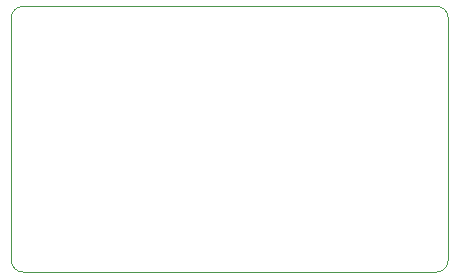
<source format=gbr>
%TF.GenerationSoftware,KiCad,Pcbnew,9.0.7-9.0.7~ubuntu24.04.1*%
%TF.CreationDate,2026-01-27T10:33:47-05:00*%
%TF.ProjectId,battery-charging-experimentation,62617474-6572-4792-9d63-68617267696e,rev?*%
%TF.SameCoordinates,Original*%
%TF.FileFunction,Profile,NP*%
%FSLAX46Y46*%
G04 Gerber Fmt 4.6, Leading zero omitted, Abs format (unit mm)*
G04 Created by KiCad (PCBNEW 9.0.7-9.0.7~ubuntu24.04.1) date 2026-01-27 10:33:47*
%MOMM*%
%LPD*%
G01*
G04 APERTURE LIST*
%TA.AperFunction,Profile*%
%ADD10C,0.050000*%
%TD*%
G04 APERTURE END LIST*
D10*
X90500000Y-69000000D02*
G75*
G02*
X89500000Y-70000000I-1000000J0D01*
G01*
X89500000Y-47500000D02*
G75*
G02*
X90500000Y-48500000I0J-1000000D01*
G01*
X90500000Y-48500000D02*
X90500000Y-69000000D01*
X54500000Y-47500000D02*
X89500000Y-47500000D01*
X53500000Y-48500000D02*
G75*
G02*
X54500000Y-47500000I1000000J0D01*
G01*
X54500000Y-70000000D02*
G75*
G02*
X53500000Y-69000000I0J1000000D01*
G01*
X53500000Y-69000000D02*
X53500000Y-48500000D01*
X89500000Y-70000000D02*
X54500000Y-70000000D01*
M02*

</source>
